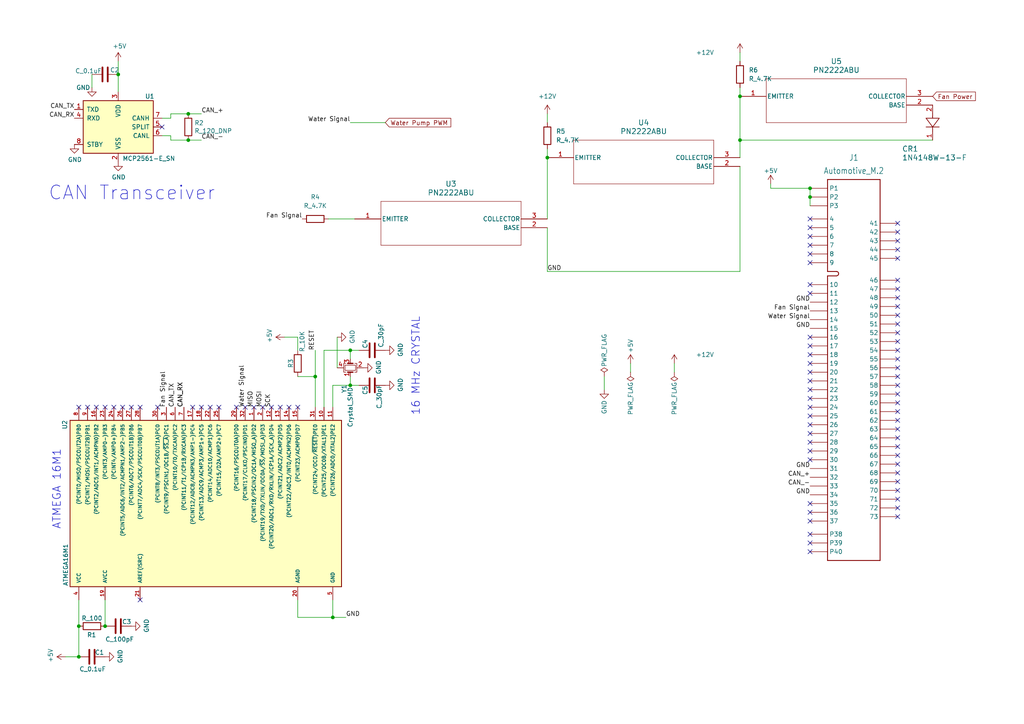
<source format=kicad_sch>
(kicad_sch (version 20230121) (generator eeschema)
  (paper "A4")
  (lib_symbols
    (symbol "cooling-board:1N4148W-13-F" (pin_names (offset 0.254))
      (property "Reference" "CR" (at 5.08 4.445 0))
      (property "Value" "1N4148W-13-F" (at 5.08 -3.81 0))
      (symbol "1N4148W-13-F_1_1"
        (polyline (pts (xy 2.54 0) (xy 3.4798 0)) (stroke (width 0.2032)))
        (polyline (pts (xy 3.175 0) (xy 3.81 0)) (stroke (width 0.2032)))
        (polyline (pts (xy 3.81 -1.905) (xy 6.35 0)) (stroke (width 0.2032)))
        (polyline (pts (xy 3.81 1.905) (xy 3.81 -1.905)) (stroke (width 0.2032)))
        (polyline (pts (xy 6.35 -1.905) (xy 6.35 1.905)) (stroke (width 0.2032)))
        (polyline (pts (xy 6.35 0) (xy 3.81 1.905)) (stroke (width 0.2032)))
        (polyline (pts (xy 6.35 0) (xy 7.62 0)) (stroke (width 0.2032)))
        (pin unspecified line (at 10.16 0 180) (length 2.54) (name "") (number "1"))
        (pin unspecified line (at 0 0 0) (length 2.54) (name "") (number "2"))
      )
      (symbol "1N4148W-13-F_1_2"
        (polyline (pts (xy -1.905 3.81) (xy 1.905 3.81)) (stroke (width 0.2032)))
        (polyline (pts (xy 0 2.54) (xy 0 3.4798)) (stroke (width 0.2032)))
        (polyline (pts (xy 0 3.175) (xy 0 3.81)) (stroke (width 0.2032)))
        (polyline (pts (xy 0 6.35) (xy -1.905 3.81)) (stroke (width 0.2032)))
        (polyline (pts (xy 0 6.35) (xy 0 7.62)) (stroke (width 0.2032)))
        (polyline (pts (xy 1.905 3.81) (xy 0 6.35)) (stroke (width 0.2032)))
        (polyline (pts (xy 1.905 6.35) (xy -1.905 6.35)) (stroke (width 0.2032)))
        (pin unspecified line (at 0 10.16 270) (length 2.54) (name "") (number "1"))
        (pin unspecified line (at 0 0 90) (length 2.54) (name "") (number "2"))
      )
    )
    (symbol "cooling-board:PN2222ABU" (pin_names (offset 0.254))
      (property "Reference" "U" (at 27.94 10.16 0))
      (property "Value" "PN2222ABU" (at 27.94 7.62 0))
      (symbol "PN2222ABU_0_1"
        (polyline (pts (xy 7.62 -7.62) (xy 48.26 -7.62)) (stroke (width 0.127)))
        (polyline (pts (xy 7.62 5.08) (xy 7.62 -7.62)) (stroke (width 0.127)))
        (polyline (pts (xy 48.26 -7.62) (xy 48.26 5.08)) (stroke (width 0.127)))
        (polyline (pts (xy 48.26 5.08) (xy 7.62 5.08)) (stroke (width 0.127)))
        (pin unspecified line (at 0 0 0) (length 7.62) (name "EMITTER") (number "1"))
        (pin unspecified line (at 55.88 -2.54 180) (length 7.62) (name "BASE") (number "2"))
        (pin unspecified line (at 55.88 0 180) (length 7.62) (name "COLLECTOR") (number "3"))
      )
    )
    (symbol "formula:+12V_CHARGER" (power) (pin_names (offset 0))
      (property "Value" "+12V_CHARGER" (at 0 5.08 0))
      (symbol "+12V_CHARGER_0_1"
        (polyline (pts (xy -0.762 1.27) (xy 0 2.54)))
        (polyline (pts (xy 0 0) (xy 0 2.54)))
        (polyline (pts (xy 0 2.54) (xy 0.762 1.27)))
      )
      (symbol "+12V_CHARGER_1_1"
        (pin power_in line (at 0 0 90) (length 0) hide (name "+12V") (number "1"))
      )
    )
    (symbol "formula:ATMEGA16M1" (pin_names (offset 1.016))
      (property "Reference" "U" (at -24.13 46.482 0))
      (property "Value" "ATMEGA16M1" (at 12.7 -35.56 0))
      (symbol "ATMEGA16M1_0_1"
        (rectangle (start -24.13 45.72) (end 24.13 -33.02) (stroke (width 0.254)) (fill (type background)))
      )
      (symbol "ATMEGA16M1_1_1"
        (pin bidirectional line (at 27.94 -7.62 180) (length 3.81) (name "(PCINT18/PSCIN2/OC1A/MISO_A)PD2") (number "1"))
        (pin bidirectional line (at 27.94 -27.94 180) (length 3.81) (name "(PCINT25/OC0B/XTAL1)PE1") (number "10"))
        (pin bidirectional line (at 27.94 -30.48 180) (length 3.81) (name "(PCINT26/ADC0/XTAL2)PE2") (number "11"))
        (pin bidirectional line (at 27.94 -12.7 180) (length 3.81) (name "(PCINT20/ADC1/RXD/RXLIN/ICP1A/SCK_A)PD4") (number "12"))
        (pin bidirectional line (at 27.94 -15.24 180) (length 3.81) (name "(PCINT21/ADC2/ACMP2)PD5") (number "13"))
        (pin bidirectional line (at 27.94 -17.78 180) (length 3.81) (name "(PCINT22/ADC3/INT0/ACMPN2)PD6") (number "14"))
        (pin bidirectional line (at 27.94 -20.32 180) (length 3.81) (name "(PCINT23/ACMP0)PD7") (number "15"))
        (pin bidirectional line (at 27.94 38.1 180) (length 3.81) (name "(PCINT2/ADC5/INT1/ACMPN0)PB2") (number "16"))
        (pin bidirectional line (at 27.94 10.16 180) (length 3.81) (name "(PCINT12/ADC8/ACMPN3/AMP1-)PC4") (number "17"))
        (pin bidirectional line (at 27.94 7.62 180) (length 3.81) (name "(PCINT13/ADC9/ACMP3/AMP1+)PC5") (number "18"))
        (pin power_in line (at -27.94 35.56 0) (length 3.81) (name "AVCC") (number "19"))
        (pin bidirectional line (at 27.94 -10.16 180) (length 3.81) (name "(PCINT19/TXD/TXLIN/OC0A/~{SS}/MOSI_A)PD3") (number "2"))
        (pin power_in line (at -27.94 -20.32 0) (length 3.81) (name "AGND") (number "20"))
        (pin power_in line (at -27.94 25.4 0) (length 3.81) (name "AREF(ISRC)") (number "21"))
        (pin bidirectional line (at 27.94 5.08 180) (length 3.81) (name "(PCINT14/ADC10/ACMP1)PC6") (number "22"))
        (pin bidirectional line (at 27.94 35.56 180) (length 3.81) (name "(PCINT3/AMP0-)PB3") (number "23"))
        (pin bidirectional line (at 27.94 33.02 180) (length 3.81) (name "(PCINT4/AMP0+)PB4") (number "24"))
        (pin bidirectional line (at 27.94 2.54 180) (length 3.81) (name "(PCINT15/D2A/AMP2+)PC7") (number "25"))
        (pin bidirectional line (at 27.94 30.48 180) (length 3.81) (name "(PCINT5/ADC6/INT2/ACMPN1/AMP2-)PB5") (number "26"))
        (pin bidirectional line (at 27.94 27.94 180) (length 3.81) (name "(PCINT6/ADC7/PSCOUT1B)PB6") (number "27"))
        (pin bidirectional line (at 27.94 25.4 180) (length 3.81) (name "(PCINT7/ADC4/SCK/PSCOUT0B)PB7") (number "28"))
        (pin bidirectional line (at 27.94 -2.54 180) (length 3.81) (name "(PCINT16/PSCOUT0A)PD0") (number "29"))
        (pin bidirectional line (at 27.94 17.78 180) (length 3.81) (name "(PCINT9/PSCIN1/OC1B/~{SS_A})PC1") (number "3"))
        (pin bidirectional line (at 27.94 20.32 180) (length 3.81) (name "(PCINT8/INT3/PSCOUT1A)PC0") (number "30"))
        (pin bidirectional line (at 27.94 -25.4 180) (length 3.81) (name "(PCINT24/OCD/~{RESET})PE0") (number "31"))
        (pin bidirectional line (at 27.94 -5.08 180) (length 3.81) (name "(PCINT17/CLKO/PSCIN0)PD1") (number "32"))
        (pin power_in line (at -27.94 43.18 0) (length 3.81) (name "VCC") (number "4"))
        (pin power_in line (at -27.94 -30.48 0) (length 3.81) (name "GND") (number "5"))
        (pin bidirectional line (at 27.94 15.24 180) (length 3.81) (name "(PCINT10/T0/TXCAN)PC2") (number "6"))
        (pin bidirectional line (at 27.94 12.7 180) (length 3.81) (name "(PCINT11/T1/ICP1B/RXCAN)PC3") (number "7"))
        (pin bidirectional line (at 27.94 43.18 180) (length 3.81) (name "(PCINT0/MISO/PSCOUT2A)PB0") (number "8"))
        (pin bidirectional line (at 27.94 40.64 180) (length 3.81) (name "(PCINT1/MOSI/PSCOUT2B)PB1") (number "9"))
      )
    )
    (symbol "formula:Automotive_M.2"
      (property "Reference" "J?" (at 1.27 49.53 0))
      (property "Value" "Automotive_M.2" (at 7.62 45.72 0))
      (symbol "Automotive_M.2_0_1"
        (arc (start -5.0436 15.2415) (mid -4.4198 15.8765) (end -5.0436 16.5115) (stroke (width 0.25)))
        (polyline (pts (xy -7.62 15.24) (xy -5.08 15.24)) (stroke (width 0.25)))
        (polyline (pts (xy -7.62 16.51) (xy -5.08 16.51)) (stroke (width 0.25)))
        (polyline (pts (xy -7.62 43.18) (xy -7.62 16.51)) (stroke (width 0.25)))
        (polyline (pts (xy 7.62 -67.31) (xy -7.62 -67.31)) (stroke (width 0.25)))
      )
      (symbol "Automotive_M.2_1_0"
        (polyline (pts (xy -7.62 -67.31) (xy -7.62 15.24)) (stroke (width 0.254)))
        (polyline (pts (xy 7.62 43.18) (xy -7.62 43.18)) (stroke (width 0.254)))
        (polyline (pts (xy 7.62 43.18) (xy 7.62 -67.31)) (stroke (width 0.254)))
        (pin bidirectional line (at -12.7 12.7 0) (length 5.08) (name "10") (number "10"))
        (pin bidirectional line (at -12.7 10.16 0) (length 5.08) (name "11") (number "11"))
        (pin bidirectional line (at -12.7 7.62 0) (length 5.08) (name "12") (number "12"))
        (pin bidirectional line (at -12.7 5.08 0) (length 5.08) (name "13") (number "13"))
        (pin bidirectional line (at -12.7 2.54 0) (length 5.08) (name "14") (number "14"))
        (pin bidirectional line (at -12.7 0 0) (length 5.08) (name "15") (number "15"))
        (pin bidirectional line (at -12.7 -2.54 0) (length 5.08) (name "16") (number "16"))
        (pin bidirectional line (at -12.7 -5.08 0) (length 5.08) (name "17") (number "17"))
        (pin bidirectional line (at -12.7 -7.62 0) (length 5.08) (name "18") (number "18"))
        (pin bidirectional line (at -12.7 -10.16 0) (length 5.08) (name "19") (number "19"))
        (pin bidirectional line (at -12.7 -12.7 0) (length 5.08) (name "20") (number "20"))
        (pin bidirectional line (at -12.7 -15.24 0) (length 5.08) (name "21") (number "21"))
        (pin bidirectional line (at -12.7 -17.78 0) (length 5.08) (name "22") (number "22"))
        (pin bidirectional line (at -12.7 -20.32 0) (length 5.08) (name "23") (number "23"))
        (pin bidirectional line (at -12.7 -22.86 0) (length 5.08) (name "24") (number "24"))
        (pin bidirectional line (at -12.7 -25.4 0) (length 5.08) (name "25") (number "25"))
        (pin bidirectional line (at -12.7 -27.94 0) (length 5.08) (name "26") (number "26"))
        (pin bidirectional line (at -12.7 -30.48 0) (length 5.08) (name "27") (number "27"))
        (pin bidirectional line (at -12.7 -33.02 0) (length 5.08) (name "28") (number "28"))
        (pin bidirectional line (at -12.7 -35.56 0) (length 5.08) (name "29") (number "29"))
        (pin bidirectional line (at -12.7 -38.1 0) (length 5.08) (name "30") (number "30"))
        (pin bidirectional line (at -12.7 -40.64 0) (length 5.08) (name "31") (number "31"))
        (pin bidirectional line (at -12.7 -43.18 0) (length 5.08) (name "32") (number "32"))
        (pin bidirectional line (at -12.7 -45.72 0) (length 5.08) (name "33") (number "33"))
        (pin bidirectional line (at -12.7 -48.26 0) (length 5.08) (name "34") (number "34"))
        (pin bidirectional line (at -12.7 -50.8 0) (length 5.08) (name "35") (number "35"))
        (pin bidirectional line (at -12.7 -53.34 0) (length 5.08) (name "36") (number "36"))
        (pin bidirectional line (at -12.7 -55.88 0) (length 5.08) (name "37") (number "37"))
        (pin bidirectional line (at -12.7 31.75 0) (length 5.08) (name "4") (number "4"))
        (pin bidirectional line (at 12.7 30.48 180) (length 5.08) (name "41") (number "41"))
        (pin bidirectional line (at 12.7 27.94 180) (length 5.08) (name "42") (number "42"))
        (pin bidirectional line (at 12.7 25.4 180) (length 5.08) (name "43") (number "43"))
        (pin bidirectional line (at 12.7 22.86 180) (length 5.08) (name "44") (number "44"))
        (pin bidirectional line (at 12.7 20.32 180) (length 5.08) (name "45") (number "45"))
        (pin bidirectional line (at 12.7 13.97 180) (length 5.08) (name "46") (number "46"))
        (pin bidirectional line (at 12.7 11.43 180) (length 5.08) (name "47") (number "47"))
        (pin bidirectional line (at 12.7 8.89 180) (length 5.08) (name "48") (number "48"))
        (pin bidirectional line (at 12.7 6.35 180) (length 5.08) (name "49") (number "49"))
        (pin bidirectional line (at -12.7 29.21 0) (length 5.08) (name "5") (number "5"))
        (pin bidirectional line (at 12.7 3.81 180) (length 5.08) (name "50") (number "50"))
        (pin bidirectional line (at 12.7 1.27 180) (length 5.08) (name "51") (number "51"))
        (pin bidirectional line (at 12.7 -1.27 180) (length 5.08) (name "52") (number "52"))
        (pin bidirectional line (at 12.7 -3.81 180) (length 5.08) (name "53") (number "53"))
        (pin bidirectional line (at 12.7 -6.35 180) (length 5.08) (name "54") (number "54"))
        (pin bidirectional line (at 12.7 -8.89 180) (length 5.08) (name "55") (number "55"))
        (pin bidirectional line (at 12.7 -11.43 180) (length 5.08) (name "56") (number "56"))
        (pin bidirectional line (at 12.7 -13.97 180) (length 5.08) (name "57") (number "57"))
        (pin bidirectional line (at 12.7 -16.51 180) (length 5.08) (name "58") (number "58"))
        (pin bidirectional line (at 12.7 -19.05 180) (length 5.08) (name "59") (number "59"))
        (pin bidirectional line (at -12.7 26.67 0) (length 5.08) (name "6") (number "6"))
        (pin bidirectional line (at 12.7 -21.59 180) (length 5.08) (name "60") (number "60"))
        (pin bidirectional line (at 12.7 -24.13 180) (length 5.08) (name "61") (number "61"))
        (pin bidirectional line (at 12.7 -26.67 180) (length 5.08) (name "62") (number "62"))
        (pin bidirectional line (at 12.7 -29.21 180) (length 5.08) (name "63") (number "63"))
        (pin bidirectional line (at 12.7 -31.75 180) (length 5.08) (name "64") (number "64"))
        (pin bidirectional line (at 12.7 -34.29 180) (length 5.08) (name "65") (number "65"))
        (pin bidirectional line (at 12.7 -36.83 180) (length 5.08) (name "66") (number "66"))
        (pin bidirectional line (at 12.7 -39.37 180) (length 5.08) (name "67") (number "67"))
        (pin bidirectional line (at 12.7 -41.91 180) (length 5.08) (name "68") (number "68"))
        (pin bidirectional line (at 12.7 -44.45 180) (length 5.08) (name "69") (number "69"))
        (pin bidirectional line (at -12.7 24.13 0) (length 5.08) (name "7") (number "7"))
        (pin bidirectional line (at 12.7 -46.99 180) (length 5.08) (name "70") (number "70"))
        (pin bidirectional line (at 12.7 -49.53 180) (length 5.08) (name "71") (number "71"))
        (pin bidirectional line (at 12.7 -52.07 180) (length 5.08) (name "72") (number "72"))
        (pin bidirectional line (at 12.7 -54.61 180) (length 5.08) (name "73") (number "73"))
        (pin bidirectional line (at -12.7 21.59 0) (length 5.08) (name "8") (number "8"))
        (pin bidirectional line (at -12.7 19.05 0) (length 5.08) (name "9") (number "9"))
        (pin bidirectional line (at -12.7 40.64 0) (length 5.08) (name "P1") (number "P1"))
        (pin bidirectional line (at -12.7 38.1 0) (length 5.08) (name "P2") (number "P2"))
        (pin bidirectional line (at -12.7 35.56 0) (length 5.08) (name "P3") (number "P3"))
        (pin bidirectional line (at -12.7 -59.69 0) (length 5.08) (name "P38") (number "P38"))
        (pin bidirectional line (at -12.7 -62.23 0) (length 5.08) (name "P39") (number "P39"))
        (pin bidirectional line (at -12.7 -64.77 0) (length 5.08) (name "P40") (number "P40"))
      )
    )
    (symbol "formula:C_0.1uF" (pin_numbers hide) (pin_names (offset 0.254))
      (property "Reference" "C" (at 0.635 2.54 0))
      (property "Value" "C_0.1uF" (at 0.635 -2.54 0))
      (symbol "C_0.1uF_0_1"
        (polyline (pts (xy -2.032 -0.762) (xy 2.032 -0.762)) (stroke (width 0.508)))
        (polyline (pts (xy -2.032 0.762) (xy 2.032 0.762)) (stroke (width 0.508)))
      )
      (symbol "C_0.1uF_1_1"
        (pin passive line (at 0 3.81 270) (length 2.794) (name "~") (number "1"))
        (pin passive line (at 0 -3.81 90) (length 2.794) (name "~") (number "2"))
      )
    )
    (symbol "formula:C_100pF" (pin_numbers hide) (pin_names (offset 0.254))
      (property "Reference" "C" (at 0.635 2.54 0))
      (property "Value" "C_100pF" (at 0.635 -2.54 0))
      (symbol "C_100pF_0_1"
        (polyline (pts (xy -2.032 -0.762) (xy 2.032 -0.762)) (stroke (width 0.508)))
        (polyline (pts (xy -2.032 0.762) (xy 2.032 0.762)) (stroke (width 0.508)))
      )
      (symbol "C_100pF_1_1"
        (pin passive line (at 0 3.81 270) (length 2.794) (name "~") (number "1"))
        (pin passive line (at 0 -3.81 90) (length 2.794) (name "~") (number "2"))
      )
    )
    (symbol "formula:C_30pF" (pin_numbers hide) (pin_names (offset 0.254))
      (property "Reference" "C" (at 0.635 2.54 0))
      (property "Value" "C_30pF" (at 0.635 -2.54 0))
      (symbol "C_30pF_0_1"
        (polyline (pts (xy -2.032 -0.762) (xy 2.032 -0.762)) (stroke (width 0.508)))
        (polyline (pts (xy -2.032 0.762) (xy 2.032 0.762)) (stroke (width 0.508)))
      )
      (symbol "C_30pF_1_1"
        (pin passive line (at 0 3.81 270) (length 2.794) (name "~") (number "1"))
        (pin passive line (at 0 -3.81 90) (length 2.794) (name "~") (number "2"))
      )
    )
    (symbol "formula:Crystal_SMD" (pin_names (offset 1.016) hide)
      (property "Reference" "Y" (at 1.27 4.445 0))
      (property "Value" "Crystal_SMD" (at 1.27 2.54 0))
      (symbol "Crystal_SMD_0_1"
        (rectangle (start -0.762 -1.524) (end 0.762 1.524))
        (polyline (pts (xy -1.27 -0.762) (xy -1.27 0.762)) (stroke (width 0.381)))
        (polyline (pts (xy 1.27 -0.762) (xy 1.27 0.762)) (stroke (width 0.381)))
        (polyline (pts (xy -1.27 -1.27) (xy -1.27 -1.905) (xy 1.27 -1.905) (xy 1.27 -1.27)))
        (polyline (pts (xy -1.27 1.27) (xy -1.27 1.905) (xy 1.27 1.905) (xy 1.27 1.27)))
      )
      (symbol "Crystal_SMD_1_1"
        (pin passive line (at -2.54 0 0) (length 1.27) (name "1") (number "1"))
        (pin passive line (at 0 -3.81 90) (length 1.905) (name "2") (number "2"))
        (pin passive line (at 2.54 0 180) (length 1.27) (name "3") (number "3"))
        (pin passive line (at 0 3.81 270) (length 1.905) (name "4") (number "4"))
      )
    )
    (symbol "formula:MCP2561-E_SN" (pin_names (offset 1.016))
      (property "Reference" "U" (at -10.16 8.89 0))
      (property "Value" "MCP2561-E_SN" (at 2.54 8.89 0))
      (symbol "MCP2561-E_SN_0_1"
        (rectangle (start -10.16 7.62) (end 10.16 -7.62) (stroke (width 0.254)) (fill (type background)))
      )
      (symbol "MCP2561-E_SN_1_1"
        (pin input line (at -12.7 5.08 0) (length 2.54) (name "TXD") (number "1"))
        (pin power_in line (at 0 -10.16 90) (length 2.54) (name "VSS") (number "2"))
        (pin power_in line (at 0 10.16 270) (length 2.54) (name "VDD") (number "3"))
        (pin output line (at -12.7 2.54 0) (length 2.54) (name "RXD") (number "4"))
        (pin passive line (at 12.7 0 180) (length 2.54) (name "SPLIT") (number "5"))
        (pin bidirectional line (at 12.7 -2.54 180) (length 2.54) (name "CANL") (number "6"))
        (pin bidirectional line (at 12.7 2.54 180) (length 2.54) (name "CANH") (number "7"))
        (pin input line (at -12.7 -5.08 0) (length 2.54) (name "STBY") (number "8"))
      )
    )
    (symbol "formula:R_100" (pin_numbers hide) (pin_names (offset 0))
      (property "Reference" "R" (at 2.032 0 90))
      (property "Value" "R_100" (at -2.54 0 90))
      (symbol "R_100_0_1"
        (rectangle (start -1.016 -2.54) (end 1.016 2.54) (stroke (width 0.254)))
      )
      (symbol "R_100_1_1"
        (pin passive line (at 0 3.81 270) (length 1.27) (name "~") (number "1"))
        (pin passive line (at 0 -3.81 90) (length 1.27) (name "~") (number "2"))
      )
    )
    (symbol "formula:R_10K" (pin_numbers hide) (pin_names (offset 0))
      (property "Reference" "R" (at 2.032 0 90))
      (property "Value" "R_10K" (at -2.54 0 90))
      (symbol "R_10K_0_1"
        (rectangle (start -1.016 -2.54) (end 1.016 2.54) (stroke (width 0.254)))
      )
      (symbol "R_10K_1_1"
        (pin passive line (at 0 3.81 270) (length 1.27) (name "~") (number "1"))
        (pin passive line (at 0 -3.81 90) (length 1.27) (name "~") (number "2"))
      )
    )
    (symbol "formula:R_120_DNP" (pin_numbers hide) (pin_names (offset 0))
      (property "Reference" "R" (at 2.032 0 90))
      (property "Value" "R_120_DNP" (at -2.54 0 90))
      (symbol "R_120_DNP_0_1"
        (rectangle (start -1.016 -2.54) (end 1.016 2.54) (stroke (width 0.254)))
      )
      (symbol "R_120_DNP_1_1"
        (pin passive line (at 0 3.81 270) (length 1.27) (name "~") (number "1"))
        (pin passive line (at 0 -3.81 90) (length 1.27) (name "~") (number "2"))
      )
    )
    (symbol "formula:R_4.7K" (pin_numbers hide) (pin_names (offset 0))
      (property "Reference" "R" (at 2.032 0 90))
      (property "Value" "R_4.7K" (at -2.54 0 90))
      (symbol "R_4.7K_0_1"
        (rectangle (start -1.016 -2.54) (end 1.016 2.54) (stroke (width 0.254)))
      )
      (symbol "R_4.7K_1_1"
        (pin passive line (at 0 3.81 270) (length 1.27) (name "~") (number "1"))
        (pin passive line (at 0 -3.81 90) (length 1.27) (name "~") (number "2"))
      )
    )
    (symbol "power:+5V" (power) (pin_names (offset 0))
      (property "Value" "+5V" (at 0 3.556 0))
      (symbol "+5V_0_1"
        (polyline (pts (xy -0.762 1.27) (xy 0 2.54)))
        (polyline (pts (xy 0 0) (xy 0 2.54)))
        (polyline (pts (xy 0 2.54) (xy 0.762 1.27)))
      )
      (symbol "+5V_1_1"
        (pin power_in line (at 0 0 90) (length 0) hide (name "+5V") (number "1"))
      )
    )
    (symbol "power:GND" (power) (pin_names (offset 0))
      (property "Value" "GND" (at 0 -3.81 0))
      (symbol "GND_0_1"
        (polyline (pts (xy 0 0) (xy 0 -1.27) (xy 1.27 -1.27) (xy 0 -2.54) (xy -1.27 -1.27) (xy 0 -1.27)))
      )
      (symbol "GND_1_1"
        (pin power_in line (at 0 0 270) (length 0) hide (name "GND") (number "1"))
      )
    )
    (symbol "power:PWR_FLAG" (power) (pin_numbers hide) (pin_names (offset 0) hide)
      (property "Value" "PWR_FLAG" (at 0 3.81 0))
      (symbol "PWR_FLAG_0_0"
        (pin power_out line (at 0 0 90) (length 0) (name "pwr") (number "1"))
      )
      (symbol "PWR_FLAG_0_1"
        (polyline (pts (xy 0 0) (xy 0 1.27) (xy -1.016 1.905) (xy 0 2.54) (xy 1.016 1.905) (xy 0 1.27)))
      )
    )
  )
  (junction (at 214.63 40.64))
  (junction (at 234.95 54.61))
  (junction (at 22.86 181.61))
  (junction (at 101.6 101.6))
  (junction (at 214.63 27.94))
  (junction (at 30.48 181.61))
  (junction (at 91.44 109.22))
  (junction (at 54.61 40.64))
  (junction (at 234.95 57.15))
  (junction (at 34.29 21.59))
  (junction (at 22.86 190.5))
  (junction (at 96.52 179.07))
  (junction (at 158.75 45.72))
  (junction (at 101.6 111.76))
  (junction (at 54.61 33.02))
  (no_connect (at 234.95 76.2))
  (no_connect (at 260.35 101.6))
  (no_connect (at 260.35 104.14))
  (no_connect (at 58.42 118.11))
  (no_connect (at 260.35 121.92))
  (no_connect (at 234.95 133.35))
  (no_connect (at 260.35 127))
  (no_connect (at 78.74 118.11))
  (no_connect (at 234.95 66.04))
  (no_connect (at 234.95 113.03))
  (no_connect (at 45.72 118.11))
  (no_connect (at 234.95 85.09))
  (no_connect (at 25.4 118.11))
  (no_connect (at 81.28 118.11))
  (no_connect (at 260.35 91.44))
  (no_connect (at 40.64 118.11))
  (no_connect (at 234.95 123.19))
  (no_connect (at 76.2 118.11))
  (no_connect (at 260.35 86.36))
  (no_connect (at 27.94 118.11))
  (no_connect (at 234.95 125.73))
  (no_connect (at 234.95 102.87))
  (no_connect (at 73.66 118.11))
  (no_connect (at 260.35 81.28))
  (no_connect (at 234.95 63.5))
  (no_connect (at 234.95 73.66))
  (no_connect (at 40.64 173.99))
  (no_connect (at 260.35 134.62))
  (no_connect (at 35.56 118.11))
  (no_connect (at 260.35 99.06))
  (no_connect (at 260.35 144.78))
  (no_connect (at 260.35 106.68))
  (no_connect (at 234.95 105.41))
  (no_connect (at 260.35 149.86))
  (no_connect (at 260.35 111.76))
  (no_connect (at 260.35 88.9))
  (no_connect (at 234.95 160.02))
  (no_connect (at 234.95 120.65))
  (no_connect (at 260.35 124.46))
  (no_connect (at 38.1 118.11))
  (no_connect (at 260.35 64.77))
  (no_connect (at 260.35 119.38))
  (no_connect (at 234.95 110.49))
  (no_connect (at 71.12 118.11))
  (no_connect (at 55.88 118.11))
  (no_connect (at 234.95 157.48))
  (no_connect (at 260.35 139.7))
  (no_connect (at 234.95 154.94))
  (no_connect (at 234.95 128.27))
  (no_connect (at 260.35 93.98))
  (no_connect (at 46.99 36.83))
  (no_connect (at 86.36 118.11))
  (no_connect (at 234.95 100.33))
  (no_connect (at 83.82 118.11))
  (no_connect (at 234.95 146.05))
  (no_connect (at 234.95 97.79))
  (no_connect (at 260.35 147.32))
  (no_connect (at 234.95 68.58))
  (no_connect (at 234.95 151.13))
  (no_connect (at 234.95 107.95))
  (no_connect (at 260.35 114.3))
  (no_connect (at 33.02 118.11))
  (no_connect (at 260.35 67.31))
  (no_connect (at 260.35 96.52))
  (no_connect (at 260.35 109.22))
  (no_connect (at 260.35 142.24))
  (no_connect (at 260.35 74.93))
  (no_connect (at 234.95 118.11))
  (no_connect (at 234.95 130.81))
  (no_connect (at 260.35 83.82))
  (no_connect (at 22.86 118.11))
  (no_connect (at 260.35 132.08))
  (no_connect (at 68.58 118.11))
  (no_connect (at 260.35 69.85))
  (no_connect (at 63.5 118.11))
  (no_connect (at 260.35 116.84))
  (no_connect (at 260.35 72.39))
  (no_connect (at 60.96 118.11))
  (no_connect (at 260.35 129.54))
  (no_connect (at 260.35 137.16))
  (no_connect (at 30.48 118.11))
  (no_connect (at 234.95 82.55))
  (no_connect (at 234.95 148.59))
  (no_connect (at 234.95 115.57))
  (no_connect (at 234.95 71.12))
  (wire (pts (xy 158.75 43.18) (xy 158.75 45.72)))
  (wire (pts (xy 214.63 78.74) (xy 158.75 78.74)))
  (wire (pts (xy 214.63 48.26) (xy 214.63 78.74)))
  (wire (pts (xy 49.53 34.29) (xy 49.53 33.02)))
  (wire (pts (xy 101.6 111.76) (xy 96.52 111.76)))
  (wire (pts (xy 223.52 54.61) (xy 223.52 53.34)))
  (wire (pts (xy 49.53 39.37) (xy 49.53 40.64)))
  (wire (pts (xy 49.53 33.02) (xy 54.61 33.02)))
  (wire (pts (xy 214.63 40.64) (xy 214.63 45.72)))
  (wire (pts (xy 97.79 106.68) (xy 97.79 97.79)))
  (wire (pts (xy 195.58 105.41) (xy 195.58 107.95)))
  (wire (pts (xy 158.75 33.02) (xy 158.75 35.56)))
  (wire (pts (xy 54.61 40.64) (xy 58.42 40.64)))
  (wire (pts (xy 101.6 101.6) (xy 104.14 101.6)))
  (wire (pts (xy 214.63 27.94) (xy 214.63 40.64)))
  (wire (pts (xy 86.36 179.07) (xy 96.52 179.07)))
  (wire (pts (xy 96.52 179.07) (xy 96.52 173.99)))
  (wire (pts (xy 214.63 15.24) (xy 214.63 17.78)))
  (wire (pts (xy 96.52 179.07) (xy 100.33 179.07)))
  (wire (pts (xy 34.29 21.59) (xy 34.29 17.78)))
  (wire (pts (xy 22.86 190.5) (xy 22.86 181.61)))
  (wire (pts (xy 214.63 25.4) (xy 214.63 27.94)))
  (wire (pts (xy 91.44 109.22) (xy 86.36 109.22)))
  (wire (pts (xy 158.75 45.72) (xy 158.75 63.5)))
  (wire (pts (xy 86.36 101.6) (xy 86.36 97.79)))
  (wire (pts (xy 46.99 39.37) (xy 49.53 39.37)))
  (wire (pts (xy 93.98 101.6) (xy 93.98 118.11)))
  (wire (pts (xy 234.95 57.15) (xy 234.95 59.69)))
  (wire (pts (xy 91.44 109.22) (xy 91.44 101.6)))
  (wire (pts (xy 111.76 35.56) (xy 101.6 35.56)))
  (wire (pts (xy 19.05 190.5) (xy 22.86 190.5)))
  (wire (pts (xy 22.86 181.61) (xy 22.86 173.99)))
  (wire (pts (xy 175.26 109.22) (xy 175.26 113.03)))
  (wire (pts (xy 104.14 111.76) (xy 101.6 111.76)))
  (wire (pts (xy 182.88 105.41) (xy 182.88 107.95)))
  (wire (pts (xy 86.36 97.79) (xy 82.55 97.79)))
  (wire (pts (xy 86.36 173.99) (xy 86.36 179.07)))
  (wire (pts (xy 46.99 34.29) (xy 49.53 34.29)))
  (wire (pts (xy 214.63 40.64) (xy 270.51 40.64)))
  (wire (pts (xy 101.6 101.6) (xy 93.98 101.6)))
  (wire (pts (xy 54.61 33.02) (xy 58.42 33.02)))
  (wire (pts (xy 91.44 118.11) (xy 91.44 109.22)))
  (wire (pts (xy 234.95 54.61) (xy 234.95 57.15)))
  (wire (pts (xy 96.52 111.76) (xy 96.52 118.11)))
  (wire (pts (xy 26.67 21.59) (xy 26.67 25.4)))
  (wire (pts (xy 30.48 173.99) (xy 30.48 181.61)))
  (wire (pts (xy 34.29 26.67) (xy 34.29 21.59)))
  (wire (pts (xy 101.6 104.14) (xy 101.6 101.6)))
  (wire (pts (xy 234.95 54.61) (xy 223.52 54.61)))
  (wire (pts (xy 49.53 40.64) (xy 54.61 40.64)))
  (wire (pts (xy 95.25 63.5) (xy 102.87 63.5)))
  (wire (pts (xy 158.75 78.74) (xy 158.75 66.04)))
  (wire (pts (xy 101.6 111.76) (xy 101.6 109.22)))
  (text "16 MHz CRYSTAL\n" (at 121.92 120.65 90) (effects (font (size 2.2606 2.2606)) (justify left bottom)))
  (text "CAN Transceiver" (at 13.97 58.42 0) (effects (font (size 4 4)) (justify left bottom)))
  (text "ATMEGA 16M1\n" (at 17.78 153.67 90) (effects (font (size 2.2606 2.2606)) (justify left bottom)))
  (label "CAN_TX" (at 21.59 31.75 180))
  (label "CAN_RX" (at 53.34 118.11 90))
  (label "GND" (at 234.95 143.51 180))
  (label "Water Signal" (at 71.12 118.11 90))
  (label "RESET" (at 91.44 101.6 90))
  (label "CAN_+" (at 234.95 138.43 180))
  (label "CAN_TX" (at 50.8 118.11 90))
  (label "GND" (at 100.33 179.07 0))
  (label "CAN_-" (at 58.42 40.64 0))
  (label "Water Signal" (at 101.6 35.56 180))
  (label "GND" (at 158.75 78.74 0))
  (label "GND" (at 234.95 135.89 180))
  (label "Fan Signal" (at 234.95 90.17 180))
  (label "GND" (at 234.95 87.63 180))
  (label "SCK" (at 78.74 118.11 90))
  (label "GND" (at 234.95 95.25 180))
  (label "Fan Signal" (at 48.26 118.11 90))
  (label "CAN_+" (at 58.42 33.02 0))
  (label "MISO" (at 73.66 118.11 90))
  (label "CAN_RX" (at 21.59 34.29 180))
  (label "Fan Signal" (at 87.63 63.5 180))
  (label "CAN_-" (at 234.95 140.97 180))
  (label "CAN_RX" (at 53.34 118.11 90))
  (label "MOSI" (at 76.2 118.11 90))
  (label "Water Signal" (at 234.95 92.71 180))
  (global_label "Water Pump PWM" (shape input) (at 111.76 35.56 0) (property "Intersheetrefs" "${INTERSHEET_REFS}" (effects hide)))
  (global_label "Fan Power" (shape input) (at 270.51 27.94 0) (property "Intersheetrefs" "${INTERSHEET_REFS}" (effects hide)))
  (symbol (lib_id "power:+5V") (at 182.88 105.41 0) (unit 1)
    (property "Reference" "#PWR?" (effects hide))
    (property "Value" "+5V" (at 182.88 100.33 90))
  )
  (symbol (lib_id "formula:+12V_CHARGER") (at 195.58 105.41 0) (unit 1)
    (property "Reference" "#PWR?" (effects hide))
    (property "Value" "+12V_CHARGER" (at 204.47 102.87 0))
  )
  (symbol (lib_id "power:+5V") (at 223.52 53.34 0) (unit 1)
    (property "Reference" "#PWR?" (effects hide))
    (property "Value" "+5V" (at 223.52 49.53 0))
  )
  (symbol (lib_id "formula:R_100") (at 26.67 181.61 90) (unit 1)
    (property "Reference" "R1" (at 27.94 184.15 90) (effects (justify left)))
    (property "Value" "R_100" (at 29.718 179.324 90) (effects (justify left)))
    (property "Footprint" "footprints:R_0805_OEM" (effects hide))
    (property "Datasheet" "https://www.seielect.com/Catalog/SEI-rncp.pdf" (effects hide))
    (property "MFN" "DK" (effects hide))
    (property "MPN" "RNCP0805FTD100RCT-ND" (effects hide))
    (property "PurchasingLink" "https://www.digikey.com/products/en?keywords=RNCP0805FTD100RCT-ND" (effects hide))
  )
  (symbol (lib_id "power:PWR_FLAG") (at 175.26 109.22 0) (unit 1)
    (property "Reference" "#FLG?" (effects hide))
    (property "Value" "PWR_FLAG" (at 175.26 101.6 90))
  )
  (symbol (lib_id "formula:+12V_CHARGER") (at 158.75 33.02 0) (unit 1)
    (property "Reference" "#PWR?" (effects hide))
    (property "Value" "+12V_CHARGER" (at 158.75 27.94 0))
  )
  (symbol (lib_id "power:GND") (at 21.59 41.91 0) (unit 1)
    (property "Reference" "#PWR?" (effects hide))
    (property "Value" "GND" (at 21.717 46.3042 0))
  )
  (symbol (lib_id "power:GND") (at 111.76 111.76 90) (unit 1)
    (property "Reference" "#PWR?" (effects hide))
    (property "Value" "GND" (at 116.1542 111.633 0))
  )
  (symbol (lib_id "power:GND") (at 38.1 181.61 90) (unit 1)
    (property "Reference" "#PWR?" (effects hide))
    (property "Value" "GND" (at 42.4942 181.483 0))
  )
  (symbol (lib_id "power:+5V") (at 34.29 17.78 0) (unit 1)
    (property "Reference" "#PWR?" (effects hide))
    (property "Value" "+5V" (at 34.671 13.3858 0))
  )
  (symbol (lib_id "power:PWR_FLAG") (at 182.88 107.95 180) (unit 1)
    (property "Reference" "#FLG?" (effects hide))
    (property "Value" "PWR_FLAG" (at 182.88 115.57 90))
  )
  (symbol (lib_id "power:+5V") (at 19.05 190.5 90) (unit 1)
    (property "Reference" "#PWR?" (effects hide))
    (property "Value" "+5V" (at 14.6558 190.119 0))
  )
  (symbol (lib_id "formula:R_4.7K") (at 214.63 21.59 0) (unit 1)
    (property "Reference" "R6" (at 217.17 20.32 0) (effects (justify left)))
    (property "Value" "R_4.7K" (at 217.17 22.86 0) (effects (justify left)))
    (property "Footprint" "footprints:R_0805_OEM" (effects hide))
    (property "Datasheet" "http://www.yageo.com/documents/recent/PYu-RC_Group_51_RoHS_L_8.pdf" (effects hide))
    (property "MFN" "DK" (effects hide))
    (property "MPN" "311-4.7KARCT-ND" (effects hide))
    (property "PurchasingLink" "https://www.digikey.com/product-detail/en/yageo/RC0805JR-074K7L/311-4.7KARCT-ND/731274" (effects hide))
  )
  (symbol (lib_id "cooling-board:PN2222ABU") (at 102.87 63.5 0) (unit 1)
    (property "Reference" "U3" (at 130.81 53.34 0) (effects (font (size 1.524 1.524))))
    (property "Value" "PN2222ABU" (at 130.81 55.88 0) (effects (font (size 1.524 1.524))))
    (property "Footprint" "cooling-board:PN2222ABU" (effects hide))
    (property "Datasheet" "PN2222ABU" (effects hide))
  )
  (symbol (lib_id "formula:+12V_CHARGER") (at 214.63 15.24 0) (unit 1)
    (property "Reference" "#PWR?" (effects hide))
    (property "Value" "+12V_CHARGER" (at 204.47 15.24 0))
  )
  (symbol (lib_id "power:GND") (at 105.41 106.68 90) (unit 1)
    (property "Reference" "#PWR?" (effects hide))
    (property "Value" "GND" (at 109.8042 106.553 0))
  )
  (symbol (lib_id "formula:Crystal_SMD") (at 101.6 106.68 90) (unit 1)
    (property "Reference" "Y1" (at 99.822 114.046 0) (effects (justify left)))
    (property "Value" "Crystal_SMD" (at 101.6 123.952 0) (effects (justify left)))
    (property "Footprint" "footprints:Crystal_SMD_FA238" (effects hide))
    (property "Datasheet" "http://www.txccorp.com/download/products/quartz_crystals/2015TXC_7M_17.pdf" (effects hide))
    (property "MFN" "DK" (effects hide))
    (property "MPN" "887-1125-1-ND" (effects hide))
    (property "PurchasingLink" "https://www.digikey.com/product-detail/en/txc-corporation/7M-16.000MAAJ-T/887-1125-1-ND/2119014" (effects hide))
  )
  (symbol (lib_id "formula:C_30pF") (at 107.95 101.6 90) (unit 1)
    (property "Reference" "C4" (at 105.918 101.092 0) (effects (justify left)))
    (property "Value" "C_30pF" (at 110.49 100.838 0) (effects (justify left)))
    (property "Footprint" "footprints:C_0805_OEM" (effects hide))
    (property "Datasheet" "https://media.digikey.com/pdf/Data%20Sheets/Samsung%20PDFs/CL_Series_MLCC_ds.pdf" (effects hide))
    (property "MFN" "DK" (effects hide))
    (property "MPN" "1276-1130-1-ND" (effects hide))
    (property "PurchasingLink" "https://www.digikey.com/product-detail/en/samsung-electro-mechanics-america-inc/CL21C300JBANNNC/1276-1130-1-ND/3889216" (effects hide))
  )
  (symbol (lib_id "formula:Automotive_M.2") (at 247.65 95.25 0) (unit 1)
    (property "Reference" "J1" (at 247.65 45.72 0) (effects (font (size 1.778 1.5113))))
    (property "Value" "Automotive_M.2" (at 247.65 49.53 0) (effects (font (size 1.778 1.5113))))
    (property "Footprint" "footprints:Automotive_M.2_Edge_Connector" (effects hide))
  )
  (symbol (lib_id "formula:C_0.1uF") (at 26.67 190.5 90) (unit 1)
    (property "Reference" "C1" (at 30.226 189.23 90) (effects (justify left)))
    (property "Value" "C_0.1uF" (at 30.734 194.056 90) (effects (justify left)))
    (property "Footprint" "footprints:C_0805_OEM" (effects hide))
    (property "Datasheet" "http://datasheets.avx.com/X7RDielectric.pdf" (effects hide))
    (property "MFN" "DK" (effects hide))
    (property "MPN" "478-3352-1-ND" (effects hide))
    (property "PurchasingLink" "https://www.digikey.com/products/en?keywords=478-3352-1-ND" (effects hide))
  )
  (symbol (lib_id "cooling-board:PN2222ABU") (at 158.75 45.72 0) (unit 1)
    (property "Reference" "U4" (at 186.69 35.56 0) (effects (font (size 1.524 1.524))))
    (property "Value" "PN2222ABU" (at 186.69 38.1 0) (effects (font (size 1.524 1.524))))
    (property "Footprint" "cooling-board:PN2222ABU" (effects hide))
    (property "Datasheet" "PN2222ABU" (effects hide))
  )
  (symbol (lib_id "formula:R_10K") (at 86.36 105.41 0) (unit 1)
    (property "Reference" "R3" (at 84.328 105.41 90))
    (property "Value" "R_10K" (at 87.63 99.06 90))
    (property "Footprint" "footprints:R_0805_OEM" (effects hide))
    (property "Datasheet" "http://www.bourns.com/data/global/pdfs/CRS.pdf" (effects hide))
    (property "MFN" "DK" (effects hide))
    (property "MPN" "CRS0805-FX-1002ELFCT-ND" (effects hide))
    (property "PurchasingLink" "https://www.digikey.com/products/en?keywords=CRS0805-FX-1002ELFCT-ND" (effects hide))
  )
  (symbol (lib_id "power:PWR_FLAG") (at 195.58 107.95 180) (unit 1)
    (property "Reference" "#FLG?" (effects hide))
    (property "Value" "PWR_FLAG" (at 195.58 115.57 90))
  )
  (symbol (lib_id "formula:MCP2561-E_SN") (at 34.29 36.83 0) (unit 1)
    (property "Reference" "U1" (at 43.434 27.94 0))
    (property "Value" "MCP2561-E_SN" (at 43.18 45.974 0))
    (property "Footprint" "footprints:SOIC-8_3.9x4.9mm_Pitch1.27mm_OEM" (effects hide))
    (property "Datasheet" "http://www.microchip.com/mymicrochip/filehandler.aspx?ddocname=en561044" (effects hide))
    (property "MFN" "DK" (effects hide))
    (property "MPN" "MCP2561-E/SN-ND" (effects hide))
    (property "PurchasingLink" "https://www.digikey.com/products/en?keywords=mcp2561-e%2Fsn" (effects hide))
  )
  (symbol (lib_id "power:GND") (at 34.29 46.99 0) (unit 1)
    (property "Reference" "#PWR?" (effects hide))
    (property "Value" "GND" (at 34.417 51.3842 0))
  )
  (symbol (lib_id "power:GND") (at 30.48 190.5 90) (unit 1)
    (property "Reference" "#PWR?" (effects hide))
    (property "Value" "GND" (at 34.8742 190.373 0))
  )
  (symbol (lib_id "power:GND") (at 175.26 113.03 0) (unit 1)
    (property "Reference" "#PWR?" (effects hide))
    (property "Value" "GND" (at 175.26 118.11 90))
  )
  (symbol (lib_id "formula:ATMEGA16M1") (at 66.04 146.05 90) (unit 1)
    (property "Reference" "U2" (at 18.796 123.19 0))
    (property "Value" "ATMEGA16M1" (at 19.05 163.83 0))
    (property "Footprint" "footprints:TQFP-32_7x7mm_Pitch0.8mm" (effects hide))
    (property "Datasheet" "http://ww1.microchip.com/downloads/en/DeviceDoc/Atmel-8209-8-bit%20AVR%20ATmega16M1-32M1-64M1_Datasheet.pdf" (effects hide))
    (property "MFN" "DK" (effects hide))
    (property "MPN" "ATMEGA16M1-AU-ND" (effects hide))
    (property "PurchasingLink" "https://www.digikey.com/product-detail/en/atmel/ATMEGA16M1-AU/ATMEGA16M1-AU-ND/2271208" (effects hide))
  )
  (symbol (lib_id "formula:C_0.1uF") (at 30.48 21.59 270) (unit 1)
    (property "Reference" "C2" (at 33.274 20.32 90))
    (property "Value" "C_0.1uF" (at 25.654 20.574 90))
    (property "Footprint" "footprints:C_0805_OEM" (effects hide))
    (property "Datasheet" "http://datasheets.avx.com/X7RDielectric.pdf" (effects hide))
    (property "MFN" "DK" (effects hide))
    (property "MPN" "478-3352-1-ND" (effects hide))
    (property "PurchasingLink" "https://www.digikey.com/products/en?keywords=478-3352-1-ND" (effects hide))
  )
  (symbol (lib_id "power:GND") (at 111.76 101.6 90) (unit 1)
    (property "Reference" "#PWR?" (effects hide))
    (property "Value" "GND" (at 116.1542 101.473 0))
  )
  (symbol (lib_id "cooling-board:1N4148W-13-F") (at 270.51 30.48 270) (unit 1)
    (property "Reference" "CR1" (at 261.62 43.18 90) (effects (font (size 1.524 1.524)) (justify left)))
    (property "Value" "1N4148W-13-F" (at 261.62 45.72 90) (effects (font (size 1.524 1.524)) (justify left)))
    (property "Footprint" "cooling-board:1N4148W-13-F" (effects hide))
    (property "Datasheet" "1N4148W-13-F" (effects hide))
  )
  (symbol (lib_id "formula:R_120_DNP") (at 54.61 36.83 0) (unit 1)
    (property "Reference" "R2" (at 56.388 35.6616 0) (effects (justify left)))
    (property "Value" "R_120_DNP" (at 56.388 37.973 0) (effects (justify left)))
    (property "Footprint" "footprints:R_0805_OEM" (effects hide))
    (property "Datasheet" "https://www.mouser.com/datasheet/2/315/AOA0000C304-1149620.pdf" (effects hide))
    (property "MFN" "DK" (effects hide))
    (property "MPN" "667-ERJ-6ENF1200V" (effects hide))
    (property "PurchasingLink" "https://www.mouser.com/ProductDetail/Panasonic-Industrial-Devices/ERJ-6ENF1200V?qs=sGAEpiMZZMvdGkrng054t8AJgcdMkx7x%252bFQnctTMUmU%3d" (effects hide))
  )
  (symbol (lib_id "formula:C_30pF") (at 107.95 111.76 90) (unit 1)
    (property "Reference" "C5" (at 105.918 114.554 0) (effects (justify left)))
    (property "Value" "C_30pF" (at 109.982 118.618 0) (effects (justify left)))
    (property "Footprint" "footprints:C_0805_OEM" (effects hide))
    (property "Datasheet" "https://media.digikey.com/pdf/Data%20Sheets/Samsung%20PDFs/CL_Series_MLCC_ds.pdf" (effects hide))
    (property "MFN" "DK" (effects hide))
    (property "MPN" "1276-1130-1-ND" (effects hide))
    (property "PurchasingLink" "https://www.digikey.com/product-detail/en/samsung-electro-mechanics-america-inc/CL21C300JBANNNC/1276-1130-1-ND/3889216" (effects hide))
  )
  (symbol (lib_id "power:GND") (at 26.67 25.4 0) (unit 1)
    (property "Reference" "#PWR?" (effects hide))
    (property "Value" "GND" (at 24.13 25.4 0))
  )
  (symbol (lib_id "power:GND") (at 97.79 97.79 90) (unit 1)
    (property "Reference" "#PWR?" (effects hide))
    (property "Value" "GND" (at 102.1842 97.663 0))
  )
  (symbol (lib_id "formula:R_4.7K") (at 158.75 39.37 180) (unit 1)
    (property "Reference" "R5" (at 161.29 38.1 0) (effects (justify right)))
    (property "Value" "R_4.7K" (at 161.29 40.64 0) (effects (justify right)))
    (property "Footprint" "footprints:R_0805_OEM" (effects hide))
    (property "Datasheet" "http://www.yageo.com/documents/recent/PYu-RC_Group_51_RoHS_L_8.pdf" (effects hide))
    (property "MFN" "DK" (effects hide))
    (property "MPN" "311-4.7KARCT-ND" (effects hide))
    (property "PurchasingLink" "https://www.digikey.com/product-detail/en/yageo/RC0805JR-074K7L/311-4.7KARCT-ND/731274" (effects hide))
  )
  (symbol (lib_id "power:+5V") (at 82.55 97.79 90) (unit 1)
    (property "Reference" "#PWR?" (effects hide))
    (property "Value" "+5V" (at 78.1558 97.409 0))
  )
  (symbol (lib_id "cooling-board:PN2222ABU") (at 214.63 27.94 0) (unit 1)
    (property "Reference" "U5" (at 242.57 17.78 0) (effects (font (size 1.524 1.524))))
    (property "Value" "PN2222ABU" (at 242.57 20.32 0) (effects (font (size 1.524 1.524))))
    (property "Footprint" "cooling-board:PN2222ABU" (effects hide))
    (property "Datasheet" "PN2222ABU" (effects hide))
  )
  (symbol (lib_id "formula:C_100pF") (at 34.29 181.61 90) (unit 1)
    (property "Reference" "C3" (at 38.1 180.34 90) (effects (justify left)))
    (property "Value" "C_100pF" (at 38.862 185.42 90) (effects (justify left)))
    (property "Footprint" "footprints:C_0805_OEM" (effects hide))
    (property "Datasheet" "https://katalog.we-online.de/pbs/datasheet/885012007057.pdf" (effects hide))
    (property "MFN" "DK" (effects hide))
    (property "MPN" "732-7852-1-ND" (effects hide))
    (property "PurchasingLink" "https://www.digikey.com/product-detail/en/wurth-electronics-inc/885012007057/732-7852-1-ND/5454479" (effects hide))
  )
  (symbol (lib_id "formula:R_4.7K") (at 91.44 63.5 90) (unit 1)
    (property "Reference" "R4" (at 91.44 57.15 90))
    (property "Value" "R_4.7K" (at 91.44 59.69 90))
    (property "Footprint" "footprints:R_0805_OEM" (effects hide))
    (property "Datasheet" "http://www.yageo.com/documents/recent/PYu-RC_Group_51_RoHS_L_8.pdf" (effects hide))
    (property "MFN" "DK" (effects hide))
    (property "MPN" "311-4.7KARCT-ND" (effects hide))
    (property "PurchasingLink" "https://www.digikey.com/product-detail/en/yageo/RC0805JR-074K7L/311-4.7KARCT-ND/731274" (effects hide))
  )
)
</source>
